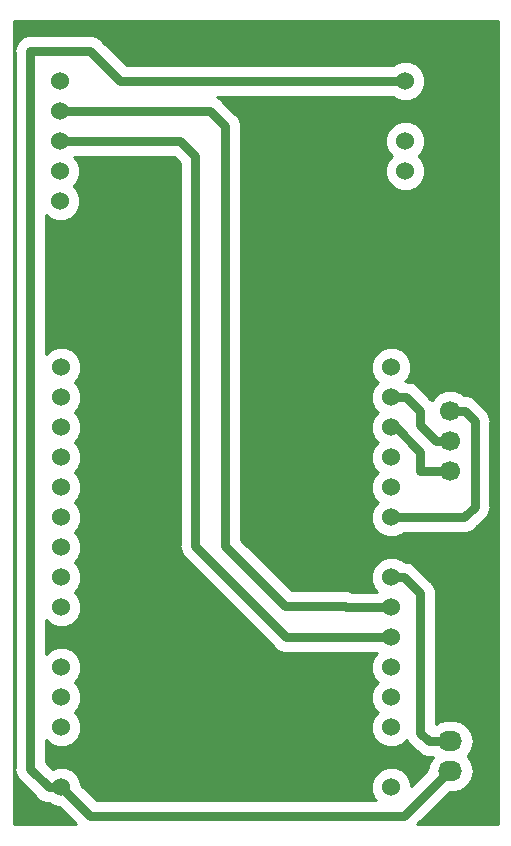
<source format=gbr>
G04 #@! TF.GenerationSoftware,KiCad,Pcbnew,(5.0.1)-4*
G04 #@! TF.CreationDate,2019-05-13T21:25:37+02:00*
G04 #@! TF.ProjectId,schema_PCP_CO2,736368656D615F5043505F434F322E6B,rev?*
G04 #@! TF.SameCoordinates,PX623a7c0PY6ea0500*
G04 #@! TF.FileFunction,Copper,L2,Bot,Signal*
G04 #@! TF.FilePolarity,Positive*
%FSLAX46Y46*%
G04 Gerber Fmt 4.6, Leading zero omitted, Abs format (unit mm)*
G04 Created by KiCad (PCBNEW (5.0.1)-4) date 13/05/2019 21:25:37*
%MOMM*%
%LPD*%
G01*
G04 APERTURE LIST*
G04 #@! TA.AperFunction,ComponentPad*
%ADD10C,1.524000*%
G04 #@! TD*
G04 #@! TA.AperFunction,ComponentPad*
%ADD11O,2.032000X1.727200*%
G04 #@! TD*
G04 #@! TA.AperFunction,ComponentPad*
%ADD12C,1.700000*%
G04 #@! TD*
G04 #@! TA.AperFunction,ComponentPad*
%ADD13R,1.700000X1.700000*%
G04 #@! TD*
G04 #@! TA.AperFunction,ViaPad*
%ADD14C,2.200000*%
G04 #@! TD*
G04 #@! TA.AperFunction,Conductor*
%ADD15C,0.250000*%
G04 #@! TD*
G04 #@! TA.AperFunction,Conductor*
%ADD16C,0.800000*%
G04 #@! TD*
G04 #@! TA.AperFunction,Conductor*
%ADD17C,0.254000*%
G04 #@! TD*
G04 APERTURE END LIST*
D10*
G04 #@! TO.P,J1,9*
G04 #@! TO.N,+5V*
X34160000Y63930000D03*
G04 #@! TO.P,J1,8*
G04 #@! TO.N,GND*
X34160000Y61390000D03*
G04 #@! TO.P,J1,7*
G04 #@! TO.N,Net-(J1-Pad7)*
X34160000Y58850000D03*
G04 #@! TO.P,J1,6*
G04 #@! TO.N,Net-(J1-Pad6)*
X34160000Y56310000D03*
G04 #@! TO.P,J1,5*
G04 #@! TO.N,Net-(J1-Pad5)*
X4950000Y53770000D03*
G04 #@! TO.P,J1,4*
G04 #@! TO.N,Net-(J1-Pad4)*
X4950000Y56310000D03*
G04 #@! TO.P,J1,3*
G04 #@! TO.N,Net-(J1-Pad3)*
X4950000Y58850000D03*
G04 #@! TO.P,J1,2*
G04 #@! TO.N,Net-(J1-Pad2)*
X4950000Y61390000D03*
G04 #@! TO.P,J1,1*
G04 #@! TO.N,Net-(J1-Pad1)*
X4950000Y63930000D03*
G04 #@! TD*
D11*
G04 #@! TO.P,TH1,3*
G04 #@! TO.N,GND*
X37970000Y10590000D03*
G04 #@! TO.P,TH1,2*
G04 #@! TO.N,Net-(TH1-Pad2)*
X37970000Y8050000D03*
G04 #@! TO.P,TH1,1*
G04 #@! TO.N,+5V*
X37970000Y5510000D03*
G04 #@! TD*
D10*
G04 #@! TO.P,U1,1*
G04 #@! TO.N,Net-(U1-Pad1)*
X5035001Y39704999D03*
G04 #@! TO.P,U1,2*
G04 #@! TO.N,Net-(U1-Pad2)*
X5035001Y37164999D03*
G04 #@! TO.P,U1,3*
G04 #@! TO.N,Net-(U1-Pad3)*
X5035001Y34624999D03*
G04 #@! TO.P,U1,4*
G04 #@! TO.N,Net-(U1-Pad4)*
X5035001Y32084999D03*
G04 #@! TO.P,U1,5*
G04 #@! TO.N,Net-(U1-Pad5)*
X5035001Y29544999D03*
G04 #@! TO.P,U1,6*
G04 #@! TO.N,Net-(U1-Pad6)*
X5035001Y27004999D03*
G04 #@! TO.P,U1,7*
G04 #@! TO.N,Net-(U1-Pad7)*
X5035001Y24464999D03*
G04 #@! TO.P,U1,8*
G04 #@! TO.N,Net-(U1-Pad8)*
X5035001Y21924999D03*
G04 #@! TO.P,U1,9*
G04 #@! TO.N,Net-(U1-Pad9)*
X5035001Y19384999D03*
G04 #@! TO.P,U1,10*
G04 #@! TO.N,GND*
X5035001Y16844999D03*
G04 #@! TO.P,U1,11*
G04 #@! TO.N,Net-(U1-Pad11)*
X5035001Y14304999D03*
G04 #@! TO.P,U1,12*
G04 #@! TO.N,Net-(U1-Pad12)*
X5035001Y11764999D03*
G04 #@! TO.P,U1,13*
G04 #@! TO.N,Net-(U1-Pad13)*
X5035001Y9224999D03*
G04 #@! TO.P,U1,14*
G04 #@! TO.N,GND*
X5035001Y6684999D03*
G04 #@! TO.P,U1,15*
G04 #@! TO.N,+5V*
X5035001Y4144999D03*
G04 #@! TO.P,U1,16*
G04 #@! TO.N,Net-(U1-Pad16)*
X32975001Y4144999D03*
G04 #@! TO.P,U1,17*
G04 #@! TO.N,GND*
X32975001Y6684999D03*
G04 #@! TO.P,U1,18*
G04 #@! TO.N,Net-(U1-Pad18)*
X32975001Y9224999D03*
G04 #@! TO.P,U1,19*
G04 #@! TO.N,Net-(U1-Pad19)*
X32975001Y11764999D03*
G04 #@! TO.P,U1,20*
G04 #@! TO.N,Net-(U1-Pad20)*
X32975001Y14304999D03*
G04 #@! TO.P,U1,21*
G04 #@! TO.N,Net-(J1-Pad3)*
X32975001Y16844999D03*
G04 #@! TO.P,U1,22*
G04 #@! TO.N,Net-(J1-Pad2)*
X32975001Y19384999D03*
G04 #@! TO.P,U1,23*
G04 #@! TO.N,Net-(TH1-Pad2)*
X32975001Y21924999D03*
G04 #@! TO.P,U1,24*
G04 #@! TO.N,GND*
X32975001Y24464999D03*
G04 #@! TO.P,U1,25*
G04 #@! TO.N,+3V3*
X32975001Y27004999D03*
G04 #@! TO.P,U1,26*
G04 #@! TO.N,Net-(U1-Pad26)*
X32975001Y29544999D03*
G04 #@! TO.P,U1,27*
G04 #@! TO.N,Net-(U1-Pad27)*
X32975001Y32084999D03*
G04 #@! TO.P,U1,28*
G04 #@! TO.N,Net-(U1-Pad28)*
X32975001Y34624999D03*
G04 #@! TO.P,U1,29*
G04 #@! TO.N,Net-(U1-Pad29)*
X32975001Y37164999D03*
G04 #@! TO.P,U1,30*
G04 #@! TO.N,Net-(U1-Pad30)*
X32975001Y39704999D03*
G04 #@! TD*
D12*
G04 #@! TO.P,U2,4*
G04 #@! TO.N,Net-(U1-Pad28)*
X37970000Y30910000D03*
G04 #@! TO.P,U2,3*
G04 #@! TO.N,Net-(U1-Pad29)*
X37970000Y33450000D03*
G04 #@! TO.P,U2,2*
G04 #@! TO.N,+3V3*
X37970000Y35990000D03*
D13*
G04 #@! TO.P,U2,1*
G04 #@! TO.N,GND*
X37970000Y38530000D03*
G04 #@! TD*
D14*
G04 #@! TO.N,GND*
X22730000Y47420000D03*
X12570000Y47420000D03*
G04 #@! TD*
D15*
G04 #@! TO.N,+5V*
X36700000Y4240000D02*
X36852400Y4240000D01*
D16*
X5035001Y4144999D02*
X7480000Y1700000D01*
X37817600Y5510000D02*
X37970000Y5510000D01*
X34007600Y1700000D02*
X37817600Y5510000D01*
X7480000Y1700000D02*
X34007600Y1700000D01*
X3957371Y4144999D02*
X5035001Y4144999D01*
X2410000Y5692370D02*
X3957371Y4144999D01*
X2410000Y66470000D02*
X2410000Y5692370D01*
X7490000Y66470000D02*
X2410000Y66470000D01*
X34160000Y63930000D02*
X10030000Y63930000D01*
X10030000Y63930000D02*
X7490000Y66470000D01*
G04 #@! TO.N,GND*
X34160000Y61390000D02*
X36700000Y61390000D01*
X36700000Y61390000D02*
X37970000Y60120000D01*
X37970000Y47420000D02*
X37970000Y38530000D01*
X27810000Y47420000D02*
X37970000Y47420000D01*
X27810000Y25830000D02*
X27810000Y47420000D01*
X32975001Y24464999D02*
X29175001Y24464999D01*
X29175001Y24464999D02*
X27810000Y25830000D01*
X32975001Y24464999D02*
X38065001Y24464999D01*
X38065001Y24464999D02*
X39240000Y23290000D01*
X39240000Y23290000D02*
X39240000Y11860000D01*
X39240000Y11860000D02*
X37970000Y10590000D01*
X37970000Y51230000D02*
X37970000Y47420000D01*
X37970000Y60120000D02*
X37970000Y51230000D01*
X27810000Y47420000D02*
X22730000Y47420000D01*
X5398763Y16844999D02*
X12570000Y24016236D01*
X5035001Y16844999D02*
X5398763Y16844999D01*
X12570000Y24016236D02*
X12570000Y47420000D01*
X12570000Y13142368D02*
X12570000Y24016236D01*
X6112631Y6684999D02*
X12570000Y13142368D01*
X5035001Y6684999D02*
X6112631Y6684999D01*
X32975001Y6684999D02*
X5035001Y6684999D01*
G04 #@! TO.N,Net-(J1-Pad3)*
X15110000Y58850000D02*
X4950000Y58850000D01*
X16380000Y57580000D02*
X15110000Y58850000D01*
X16380000Y24560000D02*
X16380000Y57580000D01*
X32975001Y16844999D02*
X24095001Y16844999D01*
X24095001Y16844999D02*
X16380000Y24560000D01*
G04 #@! TO.N,Net-(J1-Pad2)*
X32975001Y19384999D02*
X29175001Y19384999D01*
X29175001Y19384999D02*
X29080000Y19480000D01*
X29080000Y19480000D02*
X24000000Y19480000D01*
X24000000Y19480000D02*
X18920000Y24560000D01*
X18920000Y24560000D02*
X18920000Y60120000D01*
X17650000Y61390000D02*
X4950000Y61390000D01*
X18920000Y60120000D02*
X17650000Y61390000D01*
G04 #@! TO.N,Net-(TH1-Pad2)*
X34052631Y21924999D02*
X35430000Y20547630D01*
X32975001Y21924999D02*
X34052631Y21924999D01*
X36154000Y8050000D02*
X37970000Y8050000D01*
X35430000Y8774000D02*
X36154000Y8050000D01*
X35430000Y20547630D02*
X35430000Y8774000D01*
G04 #@! TO.N,+3V3*
X40020001Y35142080D02*
X40020001Y27880001D01*
X37970000Y35990000D02*
X39172081Y35990000D01*
X39172081Y35990000D02*
X40020001Y35142080D01*
X39144999Y27004999D02*
X32975001Y27004999D01*
X40020001Y27880001D02*
X39144999Y27004999D01*
G04 #@! TO.N,Net-(U1-Pad28)*
X33330166Y34624999D02*
X35430000Y32525165D01*
X32975001Y34624999D02*
X33330166Y34624999D01*
X35430000Y32525165D02*
X35430000Y30910000D01*
X35430000Y30910000D02*
X37970000Y30910000D01*
G04 #@! TO.N,Net-(U1-Pad29)*
X32975001Y37164999D02*
X34255001Y37164999D01*
X34255001Y37164999D02*
X35430000Y35990000D01*
X36767919Y33450000D02*
X37970000Y33450000D01*
X35430000Y34787919D02*
X36767919Y33450000D01*
X35430000Y35990000D02*
X35430000Y34787919D01*
G04 #@! TD*
D17*
G04 #@! TO.N,GND*
G36*
X41998001Y1002000D02*
X35186260Y1002000D01*
X37903661Y3719400D01*
X38298753Y3719400D01*
X38821057Y3823293D01*
X39413350Y4219050D01*
X39809107Y4811343D01*
X39948079Y5510000D01*
X39809107Y6208657D01*
X39427348Y6780000D01*
X39809107Y7351343D01*
X39948079Y8050000D01*
X39809107Y8748657D01*
X39413350Y9340950D01*
X38821057Y9736707D01*
X38298753Y9840600D01*
X37641247Y9840600D01*
X37118943Y9736707D01*
X36757000Y9494865D01*
X36757000Y20416938D01*
X36782996Y20547630D01*
X36757000Y20678322D01*
X36757000Y20678326D01*
X36680006Y21065400D01*
X36574712Y21222983D01*
X36460746Y21393545D01*
X36460744Y21393547D01*
X36386712Y21504343D01*
X36275917Y21578374D01*
X35083379Y22770911D01*
X35009344Y22881712D01*
X34570401Y23175005D01*
X34183327Y23251999D01*
X34183323Y23251999D01*
X34052631Y23277995D01*
X34017583Y23271023D01*
X33931742Y23356864D01*
X33310964Y23613999D01*
X32639038Y23613999D01*
X32018260Y23356864D01*
X31543136Y22881740D01*
X31286001Y22260962D01*
X31286001Y21589036D01*
X31543136Y20968258D01*
X31799395Y20711999D01*
X29624719Y20711999D01*
X29597770Y20730006D01*
X29210696Y20807000D01*
X29210692Y20807000D01*
X29080000Y20832996D01*
X28949308Y20807000D01*
X24549661Y20807000D01*
X20247000Y25109660D01*
X20247000Y40040962D01*
X31286001Y40040962D01*
X31286001Y39369036D01*
X31543136Y38748258D01*
X31856395Y38434999D01*
X31543136Y38121740D01*
X31286001Y37500962D01*
X31286001Y36829036D01*
X31543136Y36208258D01*
X31856395Y35894999D01*
X31543136Y35581740D01*
X31286001Y34960962D01*
X31286001Y34289036D01*
X31543136Y33668258D01*
X31856395Y33354999D01*
X31543136Y33041740D01*
X31286001Y32420962D01*
X31286001Y31749036D01*
X31543136Y31128258D01*
X31856395Y30814999D01*
X31543136Y30501740D01*
X31286001Y29880962D01*
X31286001Y29209036D01*
X31543136Y28588258D01*
X31856395Y28274999D01*
X31543136Y27961740D01*
X31286001Y27340962D01*
X31286001Y26669036D01*
X31543136Y26048258D01*
X32018260Y25573134D01*
X32639038Y25315999D01*
X33310964Y25315999D01*
X33931742Y25573134D01*
X34036607Y25677999D01*
X39014307Y25677999D01*
X39144999Y25652003D01*
X39275691Y25677999D01*
X39275695Y25677999D01*
X39662769Y25754993D01*
X40101712Y26048286D01*
X40175747Y26159087D01*
X40865915Y26849255D01*
X40976714Y26923288D01*
X41270007Y27362231D01*
X41347001Y27749305D01*
X41347001Y27749309D01*
X41372997Y27880001D01*
X41347001Y28010693D01*
X41347001Y35011388D01*
X41372997Y35142080D01*
X41347001Y35272772D01*
X41347001Y35272776D01*
X41270007Y35659850D01*
X41150971Y35837999D01*
X41050747Y35987995D01*
X41050745Y35987997D01*
X40976713Y36098793D01*
X40865917Y36172824D01*
X40202829Y36835912D01*
X40128794Y36946713D01*
X39689851Y37240006D01*
X39302777Y37317000D01*
X39302773Y37317000D01*
X39172081Y37342996D01*
X39137032Y37336024D01*
X38976589Y37496467D01*
X38323467Y37767000D01*
X37616533Y37767000D01*
X36963411Y37496467D01*
X36463533Y36996589D01*
X36421382Y36894827D01*
X36386712Y36946713D01*
X36275919Y37020743D01*
X35285749Y38010912D01*
X35211714Y38121712D01*
X34772771Y38415005D01*
X34385697Y38491999D01*
X34385693Y38491999D01*
X34255001Y38517995D01*
X34157137Y38498529D01*
X34406866Y38748258D01*
X34664001Y39369036D01*
X34664001Y40040962D01*
X34406866Y40661740D01*
X33931742Y41136864D01*
X33310964Y41393999D01*
X32639038Y41393999D01*
X32018260Y41136864D01*
X31543136Y40661740D01*
X31286001Y40040962D01*
X20247000Y40040962D01*
X20247000Y59185963D01*
X32471000Y59185963D01*
X32471000Y58514037D01*
X32728135Y57893259D01*
X33041394Y57580000D01*
X32728135Y57266741D01*
X32471000Y56645963D01*
X32471000Y55974037D01*
X32728135Y55353259D01*
X33203259Y54878135D01*
X33824037Y54621000D01*
X34495963Y54621000D01*
X35116741Y54878135D01*
X35591865Y55353259D01*
X35849000Y55974037D01*
X35849000Y56645963D01*
X35591865Y57266741D01*
X35278606Y57580000D01*
X35591865Y57893259D01*
X35849000Y58514037D01*
X35849000Y59185963D01*
X35591865Y59806741D01*
X35116741Y60281865D01*
X34495963Y60539000D01*
X33824037Y60539000D01*
X33203259Y60281865D01*
X32728135Y59806741D01*
X32471000Y59185963D01*
X20247000Y59185963D01*
X20247000Y59989309D01*
X20272996Y60120001D01*
X20247000Y60250693D01*
X20247000Y60250696D01*
X20170006Y60637770D01*
X19876713Y61076713D01*
X19765915Y61150746D01*
X18680748Y62235912D01*
X18606713Y62346713D01*
X18223153Y62603000D01*
X33098394Y62603000D01*
X33203259Y62498135D01*
X33824037Y62241000D01*
X34495963Y62241000D01*
X35116741Y62498135D01*
X35591865Y62973259D01*
X35849000Y63594037D01*
X35849000Y64265963D01*
X35591865Y64886741D01*
X35116741Y65361865D01*
X34495963Y65619000D01*
X33824037Y65619000D01*
X33203259Y65361865D01*
X33098394Y65257000D01*
X10579661Y65257000D01*
X8520748Y67315912D01*
X8446713Y67426713D01*
X8007770Y67720006D01*
X7620696Y67797000D01*
X7620692Y67797000D01*
X7490000Y67822996D01*
X7359308Y67797000D01*
X2540695Y67797000D01*
X2410000Y67822997D01*
X2279304Y67797000D01*
X1892230Y67720006D01*
X1453287Y67426713D01*
X1159994Y66987770D01*
X1057003Y66470000D01*
X1083000Y66339304D01*
X1083001Y5823067D01*
X1057004Y5692370D01*
X1159994Y5174601D01*
X1281850Y4992231D01*
X1453288Y4735657D01*
X1564086Y4661624D01*
X2926624Y3299085D01*
X3000658Y3188286D01*
X3439601Y2894993D01*
X3826675Y2817999D01*
X3826678Y2817999D01*
X3957370Y2792003D01*
X3992419Y2798975D01*
X4078260Y2713134D01*
X4699038Y2455999D01*
X4847341Y2455999D01*
X6301339Y1002000D01*
X1002000Y1002000D01*
X1002000Y68998000D01*
X41998000Y68998000D01*
X41998001Y1002000D01*
X41998001Y1002000D01*
G37*
X41998001Y1002000D02*
X35186260Y1002000D01*
X37903661Y3719400D01*
X38298753Y3719400D01*
X38821057Y3823293D01*
X39413350Y4219050D01*
X39809107Y4811343D01*
X39948079Y5510000D01*
X39809107Y6208657D01*
X39427348Y6780000D01*
X39809107Y7351343D01*
X39948079Y8050000D01*
X39809107Y8748657D01*
X39413350Y9340950D01*
X38821057Y9736707D01*
X38298753Y9840600D01*
X37641247Y9840600D01*
X37118943Y9736707D01*
X36757000Y9494865D01*
X36757000Y20416938D01*
X36782996Y20547630D01*
X36757000Y20678322D01*
X36757000Y20678326D01*
X36680006Y21065400D01*
X36574712Y21222983D01*
X36460746Y21393545D01*
X36460744Y21393547D01*
X36386712Y21504343D01*
X36275917Y21578374D01*
X35083379Y22770911D01*
X35009344Y22881712D01*
X34570401Y23175005D01*
X34183327Y23251999D01*
X34183323Y23251999D01*
X34052631Y23277995D01*
X34017583Y23271023D01*
X33931742Y23356864D01*
X33310964Y23613999D01*
X32639038Y23613999D01*
X32018260Y23356864D01*
X31543136Y22881740D01*
X31286001Y22260962D01*
X31286001Y21589036D01*
X31543136Y20968258D01*
X31799395Y20711999D01*
X29624719Y20711999D01*
X29597770Y20730006D01*
X29210696Y20807000D01*
X29210692Y20807000D01*
X29080000Y20832996D01*
X28949308Y20807000D01*
X24549661Y20807000D01*
X20247000Y25109660D01*
X20247000Y40040962D01*
X31286001Y40040962D01*
X31286001Y39369036D01*
X31543136Y38748258D01*
X31856395Y38434999D01*
X31543136Y38121740D01*
X31286001Y37500962D01*
X31286001Y36829036D01*
X31543136Y36208258D01*
X31856395Y35894999D01*
X31543136Y35581740D01*
X31286001Y34960962D01*
X31286001Y34289036D01*
X31543136Y33668258D01*
X31856395Y33354999D01*
X31543136Y33041740D01*
X31286001Y32420962D01*
X31286001Y31749036D01*
X31543136Y31128258D01*
X31856395Y30814999D01*
X31543136Y30501740D01*
X31286001Y29880962D01*
X31286001Y29209036D01*
X31543136Y28588258D01*
X31856395Y28274999D01*
X31543136Y27961740D01*
X31286001Y27340962D01*
X31286001Y26669036D01*
X31543136Y26048258D01*
X32018260Y25573134D01*
X32639038Y25315999D01*
X33310964Y25315999D01*
X33931742Y25573134D01*
X34036607Y25677999D01*
X39014307Y25677999D01*
X39144999Y25652003D01*
X39275691Y25677999D01*
X39275695Y25677999D01*
X39662769Y25754993D01*
X40101712Y26048286D01*
X40175747Y26159087D01*
X40865915Y26849255D01*
X40976714Y26923288D01*
X41270007Y27362231D01*
X41347001Y27749305D01*
X41347001Y27749309D01*
X41372997Y27880001D01*
X41347001Y28010693D01*
X41347001Y35011388D01*
X41372997Y35142080D01*
X41347001Y35272772D01*
X41347001Y35272776D01*
X41270007Y35659850D01*
X41150971Y35837999D01*
X41050747Y35987995D01*
X41050745Y35987997D01*
X40976713Y36098793D01*
X40865917Y36172824D01*
X40202829Y36835912D01*
X40128794Y36946713D01*
X39689851Y37240006D01*
X39302777Y37317000D01*
X39302773Y37317000D01*
X39172081Y37342996D01*
X39137032Y37336024D01*
X38976589Y37496467D01*
X38323467Y37767000D01*
X37616533Y37767000D01*
X36963411Y37496467D01*
X36463533Y36996589D01*
X36421382Y36894827D01*
X36386712Y36946713D01*
X36275919Y37020743D01*
X35285749Y38010912D01*
X35211714Y38121712D01*
X34772771Y38415005D01*
X34385697Y38491999D01*
X34385693Y38491999D01*
X34255001Y38517995D01*
X34157137Y38498529D01*
X34406866Y38748258D01*
X34664001Y39369036D01*
X34664001Y40040962D01*
X34406866Y40661740D01*
X33931742Y41136864D01*
X33310964Y41393999D01*
X32639038Y41393999D01*
X32018260Y41136864D01*
X31543136Y40661740D01*
X31286001Y40040962D01*
X20247000Y40040962D01*
X20247000Y59185963D01*
X32471000Y59185963D01*
X32471000Y58514037D01*
X32728135Y57893259D01*
X33041394Y57580000D01*
X32728135Y57266741D01*
X32471000Y56645963D01*
X32471000Y55974037D01*
X32728135Y55353259D01*
X33203259Y54878135D01*
X33824037Y54621000D01*
X34495963Y54621000D01*
X35116741Y54878135D01*
X35591865Y55353259D01*
X35849000Y55974037D01*
X35849000Y56645963D01*
X35591865Y57266741D01*
X35278606Y57580000D01*
X35591865Y57893259D01*
X35849000Y58514037D01*
X35849000Y59185963D01*
X35591865Y59806741D01*
X35116741Y60281865D01*
X34495963Y60539000D01*
X33824037Y60539000D01*
X33203259Y60281865D01*
X32728135Y59806741D01*
X32471000Y59185963D01*
X20247000Y59185963D01*
X20247000Y59989309D01*
X20272996Y60120001D01*
X20247000Y60250693D01*
X20247000Y60250696D01*
X20170006Y60637770D01*
X19876713Y61076713D01*
X19765915Y61150746D01*
X18680748Y62235912D01*
X18606713Y62346713D01*
X18223153Y62603000D01*
X33098394Y62603000D01*
X33203259Y62498135D01*
X33824037Y62241000D01*
X34495963Y62241000D01*
X35116741Y62498135D01*
X35591865Y62973259D01*
X35849000Y63594037D01*
X35849000Y64265963D01*
X35591865Y64886741D01*
X35116741Y65361865D01*
X34495963Y65619000D01*
X33824037Y65619000D01*
X33203259Y65361865D01*
X33098394Y65257000D01*
X10579661Y65257000D01*
X8520748Y67315912D01*
X8446713Y67426713D01*
X8007770Y67720006D01*
X7620696Y67797000D01*
X7620692Y67797000D01*
X7490000Y67822996D01*
X7359308Y67797000D01*
X2540695Y67797000D01*
X2410000Y67822997D01*
X2279304Y67797000D01*
X1892230Y67720006D01*
X1453287Y67426713D01*
X1159994Y66987770D01*
X1057003Y66470000D01*
X1083000Y66339304D01*
X1083001Y5823067D01*
X1057004Y5692370D01*
X1159994Y5174601D01*
X1281850Y4992231D01*
X1453288Y4735657D01*
X1564086Y4661624D01*
X2926624Y3299085D01*
X3000658Y3188286D01*
X3439601Y2894993D01*
X3826675Y2817999D01*
X3826678Y2817999D01*
X3957370Y2792003D01*
X3992419Y2798975D01*
X4078260Y2713134D01*
X4699038Y2455999D01*
X4847341Y2455999D01*
X6301339Y1002000D01*
X1002000Y1002000D01*
X1002000Y68998000D01*
X41998000Y68998000D01*
X41998001Y1002000D01*
G36*
X15053001Y57030338D02*
X15053000Y24690692D01*
X15027004Y24560000D01*
X15053000Y24429308D01*
X15053000Y24429305D01*
X15129994Y24042231D01*
X15423287Y23603288D01*
X15534086Y23529254D01*
X23064255Y15999084D01*
X23138288Y15888286D01*
X23577231Y15594993D01*
X23964305Y15517999D01*
X23964308Y15517999D01*
X24095000Y15492003D01*
X24225692Y15517999D01*
X31799395Y15517999D01*
X31543136Y15261740D01*
X31286001Y14640962D01*
X31286001Y13969036D01*
X31543136Y13348258D01*
X31856395Y13034999D01*
X31543136Y12721740D01*
X31286001Y12100962D01*
X31286001Y11429036D01*
X31543136Y10808258D01*
X31856395Y10494999D01*
X31543136Y10181740D01*
X31286001Y9560962D01*
X31286001Y8889036D01*
X31543136Y8268258D01*
X32018260Y7793134D01*
X32639038Y7535999D01*
X33310964Y7535999D01*
X33931742Y7793134D01*
X34266049Y8127441D01*
X34399254Y7928086D01*
X34473288Y7817287D01*
X34584086Y7743254D01*
X35123252Y7204088D01*
X35197287Y7093287D01*
X35636230Y6799994D01*
X36023304Y6723000D01*
X36023308Y6723000D01*
X36154000Y6697004D01*
X36284692Y6723000D01*
X36474566Y6723000D01*
X36130893Y6208657D01*
X36004580Y5573641D01*
X34664001Y4233061D01*
X34664001Y4480962D01*
X34406866Y5101740D01*
X33931742Y5576864D01*
X33310964Y5833999D01*
X32639038Y5833999D01*
X32018260Y5576864D01*
X31543136Y5101740D01*
X31286001Y4480962D01*
X31286001Y3809036D01*
X31543136Y3188258D01*
X31704394Y3027000D01*
X8029661Y3027000D01*
X6724001Y4332659D01*
X6724001Y4480962D01*
X6466866Y5101740D01*
X5991742Y5576864D01*
X5370964Y5833999D01*
X4699038Y5833999D01*
X4307296Y5671734D01*
X3737000Y6242030D01*
X3737000Y8134394D01*
X4078260Y7793134D01*
X4699038Y7535999D01*
X5370964Y7535999D01*
X5991742Y7793134D01*
X6466866Y8268258D01*
X6724001Y8889036D01*
X6724001Y9560962D01*
X6466866Y10181740D01*
X6153607Y10494999D01*
X6466866Y10808258D01*
X6724001Y11429036D01*
X6724001Y12100962D01*
X6466866Y12721740D01*
X6153607Y13034999D01*
X6466866Y13348258D01*
X6724001Y13969036D01*
X6724001Y14640962D01*
X6466866Y15261740D01*
X5991742Y15736864D01*
X5370964Y15993999D01*
X4699038Y15993999D01*
X4078260Y15736864D01*
X3737000Y15395604D01*
X3737000Y18294394D01*
X4078260Y17953134D01*
X4699038Y17695999D01*
X5370964Y17695999D01*
X5991742Y17953134D01*
X6466866Y18428258D01*
X6724001Y19049036D01*
X6724001Y19720962D01*
X6466866Y20341740D01*
X6153607Y20654999D01*
X6466866Y20968258D01*
X6724001Y21589036D01*
X6724001Y22260962D01*
X6466866Y22881740D01*
X6153607Y23194999D01*
X6466866Y23508258D01*
X6724001Y24129036D01*
X6724001Y24800962D01*
X6466866Y25421740D01*
X6153607Y25734999D01*
X6466866Y26048258D01*
X6724001Y26669036D01*
X6724001Y27340962D01*
X6466866Y27961740D01*
X6153607Y28274999D01*
X6466866Y28588258D01*
X6724001Y29209036D01*
X6724001Y29880962D01*
X6466866Y30501740D01*
X6153607Y30814999D01*
X6466866Y31128258D01*
X6724001Y31749036D01*
X6724001Y32420962D01*
X6466866Y33041740D01*
X6153607Y33354999D01*
X6466866Y33668258D01*
X6724001Y34289036D01*
X6724001Y34960962D01*
X6466866Y35581740D01*
X6153607Y35894999D01*
X6466866Y36208258D01*
X6724001Y36829036D01*
X6724001Y37500962D01*
X6466866Y38121740D01*
X6153607Y38434999D01*
X6466866Y38748258D01*
X6724001Y39369036D01*
X6724001Y40040962D01*
X6466866Y40661740D01*
X5991742Y41136864D01*
X5370964Y41393999D01*
X4699038Y41393999D01*
X4078260Y41136864D01*
X3737000Y40795604D01*
X3737000Y52594394D01*
X3993259Y52338135D01*
X4614037Y52081000D01*
X5285963Y52081000D01*
X5906741Y52338135D01*
X6381865Y52813259D01*
X6639000Y53434037D01*
X6639000Y54105963D01*
X6381865Y54726741D01*
X6068606Y55040000D01*
X6381865Y55353259D01*
X6639000Y55974037D01*
X6639000Y56645963D01*
X6381865Y57266741D01*
X6125606Y57523000D01*
X14560340Y57523000D01*
X15053001Y57030338D01*
X15053001Y57030338D01*
G37*
X15053001Y57030338D02*
X15053000Y24690692D01*
X15027004Y24560000D01*
X15053000Y24429308D01*
X15053000Y24429305D01*
X15129994Y24042231D01*
X15423287Y23603288D01*
X15534086Y23529254D01*
X23064255Y15999084D01*
X23138288Y15888286D01*
X23577231Y15594993D01*
X23964305Y15517999D01*
X23964308Y15517999D01*
X24095000Y15492003D01*
X24225692Y15517999D01*
X31799395Y15517999D01*
X31543136Y15261740D01*
X31286001Y14640962D01*
X31286001Y13969036D01*
X31543136Y13348258D01*
X31856395Y13034999D01*
X31543136Y12721740D01*
X31286001Y12100962D01*
X31286001Y11429036D01*
X31543136Y10808258D01*
X31856395Y10494999D01*
X31543136Y10181740D01*
X31286001Y9560962D01*
X31286001Y8889036D01*
X31543136Y8268258D01*
X32018260Y7793134D01*
X32639038Y7535999D01*
X33310964Y7535999D01*
X33931742Y7793134D01*
X34266049Y8127441D01*
X34399254Y7928086D01*
X34473288Y7817287D01*
X34584086Y7743254D01*
X35123252Y7204088D01*
X35197287Y7093287D01*
X35636230Y6799994D01*
X36023304Y6723000D01*
X36023308Y6723000D01*
X36154000Y6697004D01*
X36284692Y6723000D01*
X36474566Y6723000D01*
X36130893Y6208657D01*
X36004580Y5573641D01*
X34664001Y4233061D01*
X34664001Y4480962D01*
X34406866Y5101740D01*
X33931742Y5576864D01*
X33310964Y5833999D01*
X32639038Y5833999D01*
X32018260Y5576864D01*
X31543136Y5101740D01*
X31286001Y4480962D01*
X31286001Y3809036D01*
X31543136Y3188258D01*
X31704394Y3027000D01*
X8029661Y3027000D01*
X6724001Y4332659D01*
X6724001Y4480962D01*
X6466866Y5101740D01*
X5991742Y5576864D01*
X5370964Y5833999D01*
X4699038Y5833999D01*
X4307296Y5671734D01*
X3737000Y6242030D01*
X3737000Y8134394D01*
X4078260Y7793134D01*
X4699038Y7535999D01*
X5370964Y7535999D01*
X5991742Y7793134D01*
X6466866Y8268258D01*
X6724001Y8889036D01*
X6724001Y9560962D01*
X6466866Y10181740D01*
X6153607Y10494999D01*
X6466866Y10808258D01*
X6724001Y11429036D01*
X6724001Y12100962D01*
X6466866Y12721740D01*
X6153607Y13034999D01*
X6466866Y13348258D01*
X6724001Y13969036D01*
X6724001Y14640962D01*
X6466866Y15261740D01*
X5991742Y15736864D01*
X5370964Y15993999D01*
X4699038Y15993999D01*
X4078260Y15736864D01*
X3737000Y15395604D01*
X3737000Y18294394D01*
X4078260Y17953134D01*
X4699038Y17695999D01*
X5370964Y17695999D01*
X5991742Y17953134D01*
X6466866Y18428258D01*
X6724001Y19049036D01*
X6724001Y19720962D01*
X6466866Y20341740D01*
X6153607Y20654999D01*
X6466866Y20968258D01*
X6724001Y21589036D01*
X6724001Y22260962D01*
X6466866Y22881740D01*
X6153607Y23194999D01*
X6466866Y23508258D01*
X6724001Y24129036D01*
X6724001Y24800962D01*
X6466866Y25421740D01*
X6153607Y25734999D01*
X6466866Y26048258D01*
X6724001Y26669036D01*
X6724001Y27340962D01*
X6466866Y27961740D01*
X6153607Y28274999D01*
X6466866Y28588258D01*
X6724001Y29209036D01*
X6724001Y29880962D01*
X6466866Y30501740D01*
X6153607Y30814999D01*
X6466866Y31128258D01*
X6724001Y31749036D01*
X6724001Y32420962D01*
X6466866Y33041740D01*
X6153607Y33354999D01*
X6466866Y33668258D01*
X6724001Y34289036D01*
X6724001Y34960962D01*
X6466866Y35581740D01*
X6153607Y35894999D01*
X6466866Y36208258D01*
X6724001Y36829036D01*
X6724001Y37500962D01*
X6466866Y38121740D01*
X6153607Y38434999D01*
X6466866Y38748258D01*
X6724001Y39369036D01*
X6724001Y40040962D01*
X6466866Y40661740D01*
X5991742Y41136864D01*
X5370964Y41393999D01*
X4699038Y41393999D01*
X4078260Y41136864D01*
X3737000Y40795604D01*
X3737000Y52594394D01*
X3993259Y52338135D01*
X4614037Y52081000D01*
X5285963Y52081000D01*
X5906741Y52338135D01*
X6381865Y52813259D01*
X6639000Y53434037D01*
X6639000Y54105963D01*
X6381865Y54726741D01*
X6068606Y55040000D01*
X6381865Y55353259D01*
X6639000Y55974037D01*
X6639000Y56645963D01*
X6381865Y57266741D01*
X6125606Y57523000D01*
X14560340Y57523000D01*
X15053001Y57030338D01*
G04 #@! TD*
M02*

</source>
